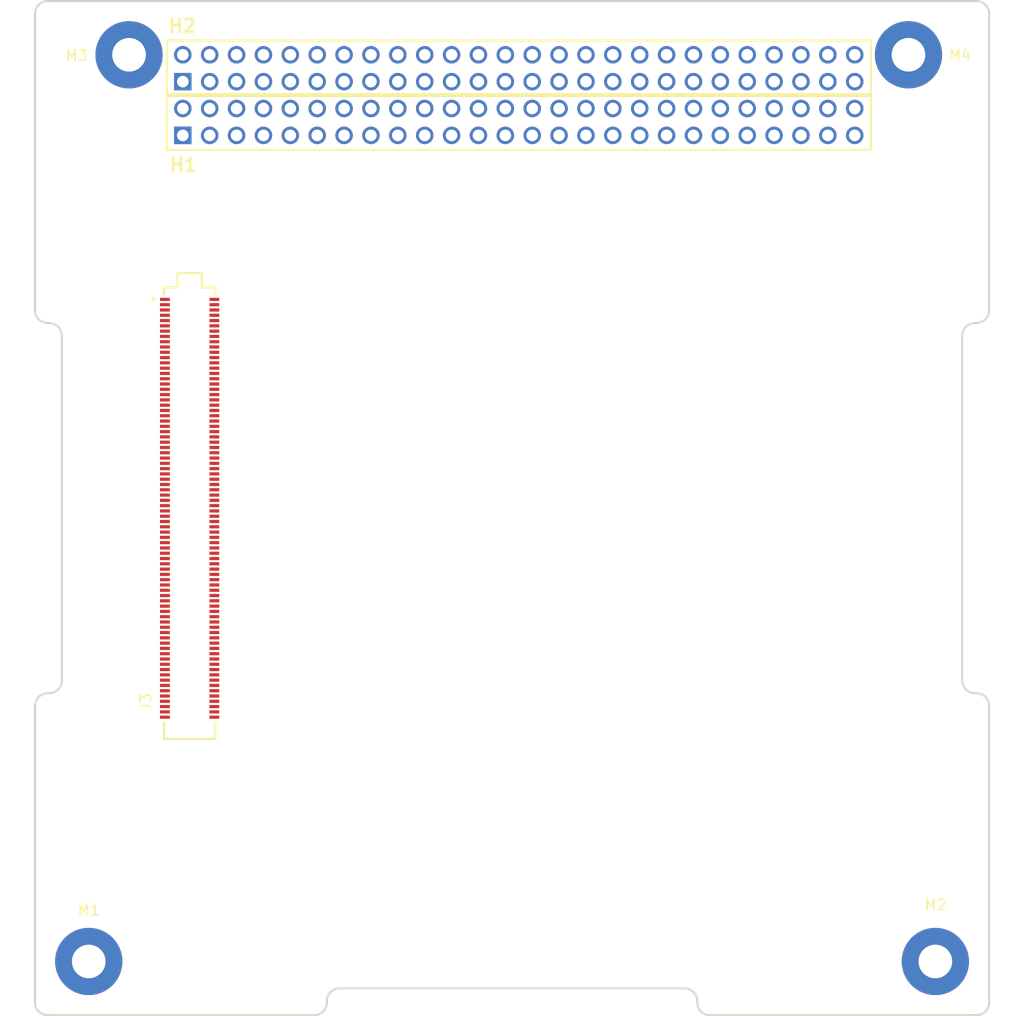
<source format=kicad_pcb>
(kicad_pcb (version 20241229) (generator "pcbnew") (generator_version "9.0")
  (layers (0 "F.Cu" mixed) (4 "In1.Cu" power) (6 "In2.Cu" power) (2 "B.Cu" mixed) (13 "F.Paste" user) (15 "B.Paste" user) (5 "F.SilkS" user "F.Silkscreen") (7 "B.SilkS" user "B.Silkscreen") (1 "F.Mask" user) (3 "B.Mask" user) (25 "Edge.Cuts" user))
  (net 0 "")
  (net 81 "GND")
  (net 88 "+3V3")
  (net 137 "I2C_SCL(2)")
  (net 164 "I2C_SDA(2)")
  (footprint "adapter:MountingHole_3.18mm_6.35mm_Pad" (layer "F.Cu") (at 110.49 137.31)
    (property "Reference" "M1" (at 0.01 -4.86 0) (layer "F.SilkS"))
    (property "Value" "MountingHole_Pad_MP")
    (pad "1" thru_hole circle (at 0 0) (size 6.35 6.35) (drill 3.18) (layers "*.Cu" "*.Mask"))
  )
  (footprint "adapter:SAMTEC_SS5-80-3.50-X-D-K-XX" (layer "F.Cu") (at 120.025 94.46 90)
    (property "Reference" "J3" (at -18.325 -4.135 90) (layer "F.SilkS"))
    (property "Value" "SS5-80-3.50-X-D-K-XX")
    (fp_line (start 20.88 -2.425) (end 20.88 -1.15) (stroke (width 0.2)) (layer "F.SilkS"))
    (fp_line (start 20.25 -2.425) (end 20.88 -2.425) (stroke (width 0.2)) (layer "F.SilkS"))
    (fp_line (start -21.81 -2.425) (end -20.25 -2.425) (stroke (width 0.2)) (layer "F.SilkS"))
    (fp_line (start 22.23 -1.15) (end 22.23 1.15) (stroke (width 0.2)) (layer "F.SilkS"))
    (fp_line (start 20.88 -1.15) (end 22.23 -1.15) (stroke (width 0.2)) (layer "F.SilkS"))
    (fp_line (start 22.23 1.15) (end 20.88 1.15) (stroke (width 0.2)) (layer "F.SilkS"))
    (fp_line (start 20.88 1.15) (end 20.88 2.425) (stroke (width 0.2)) (layer "F.SilkS"))
    (fp_line (start 20.88 2.425) (end 20.25 2.425) (stroke (width 0.2)) (layer "F.SilkS"))
    (fp_line (start -20.25 2.425) (end -21.81 2.425) (stroke (width 0.2)) (layer "F.SilkS"))
    (fp_line (start -21.81 2.425) (end -21.81 -2.425) (stroke (width 0.2)) (layer "F.SilkS"))
    (fp_circle (center 19.75 -3.4) (end 19.85 -3.4) (stroke (width 0.2)) (fill no) (layer "F.SilkS"))
    (pad "01" smd rect (at 19.75 -2.335 90) (size 0.3 0.93) (layers "F.Cu" "F.Mask" "F.Paste"))
    (pad "02" smd rect (at 19.75 2.335 90) (size 0.3 0.93) (layers "F.Cu" "F.Mask" "F.Paste"))
    (pad "03" smd rect (at 19.25 -2.335 90) (size 0.3 0.93) (layers "F.Cu" "F.Mask" "F.Paste"))
    (pad "04" smd rect (at 19.25 2.335 90) (size 0.3 0.93) (layers "F.Cu" "F.Mask" "F.Paste"))
    (pad "05" smd rect (at 18.75 -2.335 90) (size 0.3 0.93) (layers "F.Cu" "F.Mask" "F.Paste"))
    (pad "06" smd rect (at 18.75 2.335 90) (size 0.3 0.93) (layers "F.Cu" "F.Mask" "F.Paste"))
    (pad "07" smd rect (at 18.25 -2.335 90) (size 0.3 0.93) (layers "F.Cu" "F.Mask" "F.Paste"))
    (pad "08" smd rect (at 18.25 2.335 90) (size 0.3 0.93) (layers "F.Cu" "F.Mask" "F.Paste"))
    (pad "09" smd rect (at 17.75 -2.335 90) (size 0.3 0.93) (layers "F.Cu" "F.Mask" "F.Paste"))
    (pad "10" smd rect (at 17.75 2.335 90) (size 0.3 0.93) (layers "F.Cu" "F.Mask" "F.Paste"))
    (pad "11" smd rect (at 17.25 -2.335 90) (size 0.3 0.93) (layers "F.Cu" "F.Mask" "F.Paste"))
    (pad "12" smd rect (at 17.25 2.335 90) (size 0.3 0.93) (layers "F.Cu" "F.Mask" "F.Paste"))
    (pad "13" smd rect (at 16.75 -2.335 90) (size 0.3 0.93) (layers "F.Cu" "F.Mask" "F.Paste"))
    (pad "14" smd rect (at 16.75 2.335 90) (size 0.3 0.93) (layers "F.Cu" "F.Mask" "F.Paste"))
    (pad "15" smd rect (at 16.25 -2.335 90) (size 0.3 0.93) (layers "F.Cu" "F.Mask" "F.Paste"))
    (pad "16" smd rect (at 16.25 2.335 90) (size 0.3 0.93) (layers "F.Cu" "F.Mask" "F.Paste"))
    (pad "17" smd rect (at 15.75 -2.335 90) (size 0.3 0.93) (layers "F.Cu" "F.Mask" "F.Paste"))
    (pad "18" smd rect (at 15.75 2.335 90) (size 0.3 0.93) (layers "F.Cu" "F.Mask" "F.Paste"))
    (pad "19" smd rect (at 15.25 -2.335 90) (size 0.3 0.93) (layers "F.Cu" "F.Mask" "F.Paste"))
    (pad "20" smd rect (at 15.25 2.335 90) (size 0.3 0.93) (layers "F.Cu" "F.Mask" "F.Paste"))
    (pad "21" smd rect (at 14.75 -2.335 90) (size 0.3 0.93) (layers "F.Cu" "F.Mask" "F.Paste"))
    (pad "22" smd rect (at 14.75 2.335 90) (size 0.3 0.93) (layers "F.Cu" "F.Mask" "F.Paste"))
    (pad "23" smd rect (at 14.25 -2.335 90) (size 0.3 0.93) (layers "F.Cu" "F.Mask" "F.Paste"))
    (pad "24" smd rect (at 14.25 2.335 90) (size 0.3 0.93) (layers "F.Cu" "F.Mask" "F.Paste"))
    (pad "25" smd rect (at 13.75 -2.335 90) (size 0.3 0.93) (layers "F.Cu" "F.Mask" "F.Paste"))
    (pad "26" smd rect (at 13.75 2.335 90) (size 0.3 0.93) (layers "F.Cu" "F.Mask" "F.Paste"))
    (pad "27" smd rect (at 13.25 -2.335 90) (size 0.3 0.93) (layers "F.Cu" "F.Mask" "F.Paste"))
    (pad "28" smd rect (at 13.25 2.335 90) (size 0.3 0.93) (layers "F.Cu" "F.Mask" "F.Paste"))
    (pad "29" smd rect (at 12.75 -2.335 90) (size 0.3 0.93) (layers "F.Cu" "F.Mask" "F.Paste"))
    (pad "30" smd rect (at 12.75 2.335 90) (size 0.3 0.93) (layers "F.Cu" "F.Mask" "F.Paste"))
    (pad "31" smd rect (at 12.25 -2.335 90) (size 0.3 0.93) (layers "F.Cu" "F.Mask" "F.Paste"))
    (pad "32" smd rect (at 12.25 2.335 90) (size 0.3 0.93) (layers "F.Cu" "F.Mask" "F.Paste"))
    (pad "33" smd rect (at 11.75 -2.335 90) (size 0.3 0.93) (layers "F.Cu" "F.Mask" "F.Paste"))
    (pad "34" smd rect (at 11.75 2.335 90) (size 0.3 0.93) (layers "F.Cu" "F.Mask" "F.Paste"))
    (pad "35" smd rect (at 11.25 -2.335 90) (size 0.3 0.93) (layers "F.Cu" "F.Mask" "F.Paste"))
    (pad "36" smd rect (at 11.25 2.335 90) (size 0.3 0.93) (layers "F.Cu" "F.Mask" "F.Paste"))
    (pad "37" smd rect (at 10.75 -2.335 90) (size 0.3 0.93) (layers "F.Cu" "F.Mask" "F.Paste"))
    (pad "38" smd rect (at 10.75 2.335 90) (size 0.3 0.93) (layers "F.Cu" "F.Mask" "F.Paste"))
    (pad "39" smd rect (at 10.25 -2.335 90) (size 0.3 0.93) (layers "F.Cu" "F.Mask" "F.Paste"))
    (pad "40" smd rect (at 10.25 2.335 90) (size 0.3 0.93) (layers "F.Cu" "F.Mask" "F.Paste"))
    (pad "41" smd rect (at 9.75 -2.335 90) (size 0.3 0.93) (layers "F.Cu" "F.Mask" "F.Paste"))
    (pad "42" smd rect (at 9.75 2.335 90) (size 0.3 0.93) (layers "F.Cu" "F.Mask" "F.Paste"))
    (pad "43" smd rect (at 9.25 -2.335 90) (size 0.3 0.93) (layers "F.Cu" "F.Mask" "F.Paste"))
    (pad "44" smd rect (at 9.25 2.335 90) (size 0.3 0.93) (layers "F.Cu" "F.Mask" "F.Paste"))
    (pad "45" smd rect (at 8.75 -2.335 90) (size 0.3 0.93) (layers "F.Cu" "F.Mask" "F.Paste"))
    (pad "46" smd rect (at 8.75 2.335 90) (size 0.3 0.93) (layers "F.Cu" "F.Mask" "F.Paste"))
    (pad "47" smd rect (at 8.25 -2.335 90) (size 0.3 0.93) (layers "F.Cu" "F.Mask" "F.Paste"))
    (pad "48" smd rect (at 8.25 2.335 90) (size 0.3 0.93) (layers "F.Cu" "F.Mask" "F.Paste"))
    (pad "49" smd rect (at 7.75 -2.335 90) (size 0.3 0.93) (layers "F.Cu" "F.Mask" "F.Paste"))
    (pad "50" smd rect (at 7.75 2.335 90) (size 0.3 0.93) (layers "F.Cu" "F.Mask" "F.Paste"))
    (pad "51" smd rect (at 7.25 -2.335 90) (size 0.3 0.93) (layers "F.Cu" "F.Mask" "F.Paste"))
    (pad "52" smd rect (at 7.25 2.335 90) (size 0.3 0.93) (layers "F.Cu" "F.Mask" "F.Paste"))
    (pad "53" smd rect (at 6.75 -2.335 90) (size 0.3 0.93) (layers "F.Cu" "F.Mask" "F.Paste"))
    (pad "54" smd rect (at 6.75 2.335 90) (size 0.3 0.93) (layers "F.Cu" "F.Mask" "F.Paste"))
    (pad "55" smd rect (at 6.25 -2.335 90) (size 0.3 0.93) (layers "F.Cu" "F.Mask" "F.Paste"))
    (pad "56" smd rect (at 6.25 2.335 90) (size 0.3 0.93) (layers "F.Cu" "F.Mask" "F.Paste"))
    (pad "57" smd rect (at 5.75 -2.335 90) (size 0.3 0.93) (layers "F.Cu" "F.Mask" "F.Paste"))
    (pad "58" smd rect (at 5.75 2.335 90) (size 0.3 0.93) (layers "F.Cu" "F.Mask" "F.Paste"))
    (pad "59" smd rect (at 5.25 -2.335 90) (size 0.3 0.93) (layers "F.Cu" "F.Mask" "F.Paste"))
    (pad "60" smd rect (at 5.25 2.335 90) (size 0.3 0.93) (layers "F.Cu" "F.Mask" "F.Paste"))
    (pad "61" smd rect (at 4.75 -2.335 90) (size 0.3 0.93) (layers "F.Cu" "F.Mask" "F.Paste"))
    (pad "62" smd rect (at 4.75 2.335 90) (size 0.3 0.93) (layers "F.Cu" "F.Mask" "F.Paste"))
    (pad "63" smd rect (at 4.25 -2.335 90) (size 0.3 0.93) (layers "F.Cu" "F.Mask" "F.Paste"))
    (pad "64" smd rect (at 4.25 2.335 90) (size 0.3 0.93) (layers "F.Cu" "F.Mask" "F.Paste"))
    (pad "65" smd rect (at 3.75 -2.335 90) (size 0.3 0.93) (layers "F.Cu" "F.Mask" "F.Paste"))
    (pad "66" smd rect (at 3.75 2.335 90) (size 0.3 0.93) (layers "F.Cu" "F.Mask" "F.Paste"))
    (pad "67" smd rect (at 3.25 -2.335 90) (size 0.3 0.93) (layers "F.Cu" "F.Mask" "F.Paste"))
    (pad "68" smd rect (at 3.25 2.335 90) (size 0.3 0.93) (layers "F.Cu" "F.Mask" "F.Paste"))
    (pad "69" smd rect (at 2.75 -2.335 90) (size 0.3 0.93) (layers "F.Cu" "F.Mask" "F.Paste"))
    (pad "70" smd rect (at 2.75 2.335 90) (size 0.3 0.93) (layers "F.Cu" "F.Mask" "F.Paste"))
    (pad "71" smd rect (at 2.25 -2.335 90) (size 0.3 0.93) (layers "F.Cu" "F.Mask" "F.Paste"))
    (pad "72" smd rect (at 2.25 2.335 90) (size 0.3 0.93) (layers "F.Cu" "F.Mask" "F.Paste"))
    (pad "73" smd rect (at 1.75 -2.335 90) (size 0.3 0.93) (layers "F.Cu" "F.Mask" "F.Paste"))
    (pad "74" smd rect (at 1.75 2.335 90) (size 0.3 0.93) (layers "F.Cu" "F.Mask" "F.Paste"))
    (pad "75" smd rect (at 1.25 -2.335 90) (size 0.3 0.93) (layers "F.Cu" "F.Mask" "F.Paste"))
    (pad "76" smd rect (at 1.25 2.335 90) (size 0.3 0.93) (layers "F.Cu" "F.Mask" "F.Paste"))
    (pad "77" smd rect (at 0.75 -2.335 90) (size 0.3 0.93) (layers "F.Cu" "F.Mask" "F.Paste"))
    (pad "78" smd rect (at 0.75 2.335 90) (size 0.3 0.93) (layers "F.Cu" "F.Mask" "F.Paste"))
    (pad "79" smd rect (at 0.25 -2.335 90) (size 0.3 0.93) (layers "F.Cu" "F.Mask" "F.Paste"))
    (pad "80" smd rect (at 0.25 2.335 90) (size 0.3 0.93) (layers "F.Cu" "F.Mask" "F.Paste"))
    (pad "81" smd rect (at -0.25 -2.335 90) (size 0.3 0.93) (layers "F.Cu" "F.Mask" "F.Paste"))
    (pad "82" smd rect (at -0.25 2.335 90) (size 0.3 0.93) (layers "F.Cu" "F.Mask" "F.Paste"))
    (pad "83" smd rect (at -0.75 -2.335 90) (size 0.3 0.93) (layers "F.Cu" "F.Mask" "F.Paste"))
    (pad "84" smd rect (at -0.75 2.335 90) (size 0.3 0.93) (layers "F.Cu" "F.Mask" "F.Paste"))
    (pad "85" smd rect (at -1.25 -2.335 90) (size 0.3 0.93) (layers "F.Cu" "F.Mask" "F.Paste"))
    (pad "86" smd rect (at -1.25 2.335 90) (size 0.3 0.93) (layers "F.Cu" "F.Mask" "F.Paste"))
    (pad "87" smd rect (at -1.75 -2.335 90) (size 0.3 0.93) (layers "F.Cu" "F.Mask" "F.Paste"))
    (pad "88" smd rect (at -1.75 2.335 90) (size 0.3 0.93) (layers "F.Cu" "F.Mask" "F.Paste"))
    (pad "89" smd rect (at -2.25 -2.335 90) (size 0.3 0.93) (layers "F.Cu" "F.Mask" "F.Paste"))
    (pad "90" smd rect (at -2.25 2.335 90) (size 0.3 0.93) (layers "F.Cu" "F.Mask" "F.Paste"))
    (pad "91" smd rect (at -2.75 -2.335 90) (size 0.3 0.93) (layers "F.Cu" "F.Mask" "F.Paste"))
    (pad "92" smd rect (at -2.75 2.335 90) (size 0.3 0.93) (layers "F.Cu" "F.Mask" "F.Paste"))
    (pad "93" smd rect (at -3.25 -2.335 90) (size 0.3 0.93) (layers "F.Cu" "F.Mask" "F.Paste"))
    (pad "94" smd rect (at -3.25 2.335 90) (size 0.3 0.93) (layers "F.Cu" "F.Mask" "F.Paste"))
    (pad "95" smd rect (at -3.75 -2.335 90) (size 0.3 0.93) (layers "F.Cu" "F.Mask" "F.Paste"))
    (pad "96" smd rect (at -3.75 2.335 90) (size 0.3 0.93) (layers "F.Cu" "F.Mask" "F.Paste"))
    (pad "97" smd rect (at -4.25 -2.335 90) (size 0.3 0.93) (layers "F.Cu" "F.Mask" "F.Paste"))
    (pad "98" smd rect (at -4.25 2.335 90) (size 0.3 0.93) (layers "F.Cu" "F.Mask" "F.Paste"))
    (pad "99" smd rect (at -4.75 -2.335 90) (size 0.3 0.93) (layers "F.Cu" "F.Mask" "F.Paste"))
    (pad "100" smd rect (at -4.75 2.335 90) (size 0.3 0.93) (layers "F.Cu" "F.Mask" "F.Paste"))
    (pad "101" smd rect (at -5.25 -2.335 90) (size 0.3 0.93) (layers "F.Cu" "F.Mask" "F.Paste"))
    (pad "102" smd rect (at -5.25 2.335 90) (size 0.3 0.93) (layers "F.Cu" "F.Mask" "F.Paste"))
    (pad "103" smd rect (at -5.75 -2.335 90) (size 0.3 0.93) (layers "F.Cu" "F.Mask" "F.Paste"))
    (pad "104" smd rect (at -5.75 2.335 90) (size 0.3 0.93) (layers "F.Cu" "F.Mask" "F.Paste"))
    (pad "105" smd rect (at -6.25 -2.335 90) (size 0.3 0.93) (layers "F.Cu" "F.Mask" "F.Paste"))
    (pad "106" smd rect (at -6.25 2.335 90) (size 0.3 0.93) (layers "F.Cu" "F.Mask" "F.Paste"))
    (pad "107" smd rect (at -6.75 -2.335 90) (size 0.3 0.93) (layers "F.Cu" "F.Mask" "F.Paste"))
    (pad "108" smd rect (at -6.75 2.335 90) (size 0.3 0.93) (layers "F.Cu" "F.Mask" "F.Paste"))
    (pad "109" smd rect (at -7.25 -2.335 90) (size 0.3 0.93) (layers "F.Cu" "F.Mask" "F.Paste"))
    (pad "110" smd rect (at -7.25 2.335 90) (size 0.3 0.93) (layers "F.Cu" "F.Mask" "F.Paste"))
    (pad "111" smd rect (at -7.75 -2.335 90) (size 0.3 0.93) (layers "F.Cu" "F.Mask" "F.Paste"))
    (pad "112" smd rect (at -7.75 2.335 90) (size 0.3 0.93) (layers "F.Cu" "F.Mask" "F.Paste"))
    (pad "113" smd rect (at -8.25 -2.335 90) (size 0.3 0.93) (layers "F.Cu" "F.Mask" "F.Paste"))
    (pad "114" smd rect (at -8.25 2.335 90) (size 0.3 0.93) (layers "F.Cu" "F.Mask" "F.Paste"))
    (pad "115" smd rect (at -8.75 -2.335 90) (size 0.3 0.93) (layers "F.Cu" "F.Mask" "F.Paste"))
    (pad "116" smd rect (at -8.75 2.335 90) (size 0.3 0.93) (layers "F.Cu" "F.Mask" "F.Paste"))
    (pad "117" smd rect (at -9.25 -2.335 90) (size 0.3 0.93) (layers "F.Cu" "F.Mask" "F.Paste"))
    (pad "118" smd rect (at -9.25 2.335 90) (size 0.3 0.93) (layers "F.Cu" "F.Mask" "F.Paste"))
    (pad "119" smd rect (at -9.75 -2.335 90) (size 0.3 0.93) (layers "F.Cu" "F.Mask" "F.Paste"))
    (pad "120" smd rect (at -9.75 2.335 90) (size 0.3 0.93) (layers "F.Cu" "F.Mask" "F.Paste"))
    (pad "121" smd rect (at -10.25 -2.335 90) (size 0.3 0.93) (layers "F.Cu" "F.Mask" "F.Paste"))
    (pad "122" smd rect (at -10.25 2.335 90) (size 0.3 0.93) (layers "F.Cu" "F.Mask" "F.Paste"))
    (pad "123" smd rect (at -10.75 -2.335 90) (size 0.3 0.93) (layers "F.Cu" "F.Mask" "F.Paste"))
    (pad "124" smd rect (at -10.75 2.335 90) (size 0.3 0.93) (layers "F.Cu" "F.Mask" "F.Paste"))
    (pad "125" smd rect (at -11.25 -2.335 90) (size 0.3 0.93) (layers "F.Cu" "F.Mask" "F.Paste"))
    (pad "126" smd rect (at -11.25 2.335 90) (size 0.3 0.93) (layers "F.Cu" "F.Mask" "F.Paste"))
    (pad "127" smd rect (at -11.75 -2.335 90) (size 0.3 0.93) (layers "F.Cu" "F.Mask" "F.Paste"))
    (pad "128" smd rect (at -11.75 2.335 90) (size 0.3 0.93) (layers "F.Cu" "F.Mask" "F.Paste"))
    (pad "129" smd rect (at -12.25 -2.335 90) (size 0.3 0.93) (layers "F.Cu" "F.Mask" "F.Paste"))
    (pad "130" smd rect (at -12.25 2.335 90) (size 0.3 0.93) (layers "F.Cu" "F.Mask" "F.Paste"))
    (pad "131" smd rect (at -12.75 -2.335 90) (size 0.3 0.93) (layers "F.Cu" "F.Mask" "F.Paste"))
    (pad "132" smd rect (at -12.75 2.335 90) (size 0.3 0.93) (layers "F.Cu" "F.Mask" "F.Paste"))
    (pad "133" smd rect (at -13.25 -2.335 90) (size 0.3 0.93) (layers "F.Cu" "F.Mask" "F.Paste"))
    (pad "134" smd rect (at -13.25 2.335 90) (size 0.3 0.93) (layers "F.Cu" "F.Mask" "F.Paste"))
    (pad "135" smd rect (at -13.75 -2.335 90) (size 0.3 0.93) (layers "F.Cu" "F.Mask" "F.Paste"))
    (pad "136" smd rect (at -13.75 2.335 90) (size 0.3 0.93) (layers "F.Cu" "F.Mask" "F.Paste"))
    (pad "137" smd rect (at -14.25 -2.335 90) (size 0.3 0.93) (layers "F.Cu" "F.Mask" "F.Paste"))
    (pad "138" smd rect (at -14.25 2.335 90) (size 0.3 0.93) (layers "F.Cu" "F.Mask" "F.Paste"))
    (pad "139" smd rect (at -14.75 -2.335 90) (size 0.3 0.93) (layers "F.Cu" "F.Mask" "F.Paste"))
    (pad "140" smd rect (at -14.75 2.335 90) (size 0.3 0.93) (layers "F.Cu" "F.Mask" "F.Paste"))
    (pad "141" smd rect (at -15.25 -2.335 90) (size 0.3 0.93) (layers "F.Cu" "F.Mask" "F.Paste"))
    (pad "142" smd rect (at -15.25 2.335 90) (size 0.3 0.93) (layers "F.Cu" "F.Mask" "F.Paste"))
    (pad "143" smd rect (at -15.75 -2.335 90) (size 0.3 0.93) (layers "F.Cu" "F.Mask" "F.Paste"))
    (pad "144" smd rect (at -15.75 2.335 90) (size 0.3 0.93) (layers "F.Cu" "F.Mask" "F.Paste"))
    (pad "145" smd rect (at -16.25 -2.335 90) (size 0.3 0.93) (layers "F.Cu" "F.Mask" "F.Paste"))
    (pad "146" smd rect (at -16.25 2.335 90) (size 0.3 0.93) (layers "F.Cu" "F.Mask" "F.Paste"))
    (pad "147" smd rect (at -16.75 -2.335 90) (size 0.3 0.93) (layers "F.Cu" "F.Mask" "F.Paste"))
    (pad "148" smd rect (at -16.75 2.335 90) (size 0.3 0.93) (layers "F.Cu" "F.Mask" "F.Paste"))
    (pad "149" smd rect (at -17.25 -2.335 90) (size 0.3 0.93) (layers "F.Cu" "F.Mask" "F.Paste"))
    (pad "150" smd rect (at -17.25 2.335 90) (size 0.3 0.93) (layers "F.Cu" "F.Mask" "F.Paste"))
    (pad "151" smd rect (at -17.75 -2.335 90) (size 0.3 0.93) (layers "F.Cu" "F.Mask" "F.Paste"))
    (pad "152" smd rect (at -17.75 2.335 90) (size 0.3 0.93) (layers "F.Cu" "F.Mask" "F.Paste"))
    (pad "153" smd rect (at -18.25 -2.335 90) (size 0.3 0.93) (layers "F.Cu" "F.Mask" "F.Paste"))
    (pad "154" smd rect (at -18.25 2.335 90) (size 0.3 0.93) (layers "F.Cu" "F.Mask" "F.Paste"))
    (pad "155" smd rect (at -18.75 -2.335 90) (size 0.3 0.93) (layers "F.Cu" "F.Mask" "F.Paste"))
    (pad "156" smd rect (at -18.75 2.335 90) (size 0.3 0.93) (layers "F.Cu" "F.Mask" "F.Paste"))
    (pad "157" smd rect (at -19.25 -2.335 90) (size 0.3 0.93) (layers "F.Cu" "F.Mask" "F.Paste"))
    (pad "158" smd rect (at -19.25 2.335 90) (size 0.3 0.93) (layers "F.Cu" "F.Mask" "F.Paste"))
    (pad "159" smd rect (at -19.75 -2.335 90) (size 0.3 0.93) (layers "F.Cu" "F.Mask" "F.Paste"))
    (pad "160" smd rect (at -19.75 2.335 90) (size 0.3 0.93) (layers "F.Cu" "F.Mask" "F.Paste"))
  )
  (footprint "adapter:MountingHole_3.18mm_6.35mm_Pad" (layer "F.Cu") (at 187.96 51.58)
    (property "Reference" "M4" (at 4.88 0.03 0) (layer "F.SilkS"))
    (property "Value" "MountingHole_Pad_MP")
    (pad "1" thru_hole circle (at 0 0) (size 6.35 6.35) (drill 3.18) (layers "*.Cu" "*.Mask"))
  )
  (footprint "adapter:MountingHole_3.18mm_6.35mm_Pad" (layer "F.Cu") (at 190.5 137.31)
    (property "Reference" "M2" (at 0.02 -5.36 0) (layer "F.SilkS"))
    (property "Value" "MountingHole_Pad_MP")
    (pad "1" thru_hole circle (at 0 0) (size 6.35 6.35) (drill 3.18) (layers "*.Cu" "*.Mask"))
  )
  (footprint "adapter:MountingHole_3.18mm_6.35mm_Pad" (layer "F.Cu") (at 114.3 51.58)
    (property "Reference" "M3" (at -4.95 0.07 0) (layer "F.SilkS"))
    (property "Value" "MountingHole_Pad_MP")
    (pad "1" thru_hole circle (at 0 0) (size 6.35 6.35) (drill 3.18) (layers "*.Cu" "*.Mask"))
  )
  (footprint "adapter:RHDR52W64P254_2X26_6654X495X1135P" (layer "F.Cu") (at 119.38 59.2)
    (property "Reference" "H1" (hide yes))
    (property "Value" "Conn_02x26_Odd_Even" (hide yes))
    (fp_line (start -1.52 -3.895) (end -1.52 1.36) (stroke (width 0.2)) (layer "F.SilkS"))
    (fp_line (start -1.52 1.36) (end 65.02 1.355) (stroke (width 0.2)) (layer "F.SilkS"))
    (fp_line (start 65.02 -3.895) (end -1.52 -3.895) (stroke (width 0.2)) (layer "F.SilkS"))
    (fp_line (start 65.02 1.355) (end 65.02 -3.895) (stroke (width 0.2)) (layer "F.SilkS"))
    (fp_text user "${REFERENCE}" (at 0.04 2.8 0) (layer "F.SilkS") (effects (font (size 1.27 1.27) (thickness 0.254))))
    (pad "1" thru_hole rect (at 0 0) (size 1.65 1.65) (drill 1.1) (layers "*.Cu" "*.Mask"))
    (pad "2" thru_hole circle (at 0 -2.54) (size 1.65 1.65) (drill 1.1) (layers "*.Cu" "*.Mask"))
    (pad "3" thru_hole circle (at 2.54 0) (size 1.65 1.65) (drill 1.1) (layers "*.Cu" "*.Mask"))
    (pad "4" thru_hole circle (at 2.54 -2.54) (size 1.65 1.65) (drill 1.1) (layers "*.Cu" "*.Mask"))
    (pad "5" thru_hole circle (at 5.08 0) (size 1.65 1.65) (drill 1.1) (layers "*.Cu" "*.Mask"))
    (pad "6" thru_hole circle (at 5.08 -2.54) (size 1.65 1.65) (drill 1.1) (layers "*.Cu" "*.Mask"))
    (pad "7" thru_hole circle (at 7.62 0) (size 1.65 1.65) (drill 1.1) (layers "*.Cu" "*.Mask"))
    (pad "8" thru_hole circle (at 7.62 -2.54) (size 1.65 1.65) (drill 1.1) (layers "*.Cu" "*.Mask"))
    (pad "9" thru_hole circle (at 10.16 0) (size 1.65 1.65) (drill 1.1) (layers "*.Cu" "*.Mask"))
    (pad "10" thru_hole circle (at 10.16 -2.54) (size 1.65 1.65) (drill 1.1) (layers "*.Cu" "*.Mask"))
    (pad "11" thru_hole circle (at 12.7 0) (size 1.65 1.65) (drill 1.1) (layers "*.Cu" "*.Mask"))
    (pad "12" thru_hole circle (at 12.7 -2.54) (size 1.65 1.65) (drill 1.1) (layers "*.Cu" "*.Mask"))
    (pad "13" thru_hole circle (at 15.24 0) (size 1.65 1.65) (drill 1.1) (layers "*.Cu" "*.Mask"))
    (pad "14" thru_hole circle (at 15.24 -2.54) (size 1.65 1.65) (drill 1.1) (layers "*.Cu" "*.Mask"))
    (pad "15" thru_hole circle (at 17.78 0) (size 1.65 1.65) (drill 1.1) (layers "*.Cu" "*.Mask"))
    (pad "16" thru_hole circle (at 17.78 -2.54) (size 1.65 1.65) (drill 1.1) (layers "*.Cu" "*.Mask"))
    (pad "17" thru_hole circle (at 20.32 0) (size 1.65 1.65) (drill 1.1) (layers "*.Cu" "*.Mask"))
    (pad "18" thru_hole circle (at 20.32 -2.54) (size 1.65 1.65) (drill 1.1) (layers "*.Cu" "*.Mask"))
    (pad "19" thru_hole circle (at 22.86 0) (size 1.65 1.65) (drill 1.1) (layers "*.Cu" "*.Mask"))
    (pad "20" thru_hole circle (at 22.86 -2.54) (size 1.65 1.65) (drill 1.1) (layers "*.Cu" "*.Mask"))
    (pad "21" thru_hole circle (at 25.4 0) (size 1.65 1.65) (drill 1.1) (layers "*.Cu" "*.Mask") (net 164 "I2C_SDA(2)"))
    (pad "22" thru_hole circle (at 25.4 -2.54) (size 1.65 1.65) (drill 1.1) (layers "*.Cu" "*.Mask"))
    (pad "23" thru_hole circle (at 27.94 0) (size 1.65 1.65) (drill 1.1) (layers "*.Cu" "*.Mask") (net 137 "I2C_SCL(2)"))
    (pad "24" thru_hole circle (at 27.94 -2.54) (size 1.65 1.65) (drill 1.1) (layers "*.Cu" "*.Mask"))
    (pad "25" thru_hole circle (at 30.48 0) (size 1.65 1.65) (drill 1.1) (layers "*.Cu" "*.Mask"))
    (pad "26" thru_hole circle (at 30.48 -2.54) (size 1.65 1.65) (drill 1.1) (layers "*.Cu" "*.Mask"))
    (pad "27" thru_hole circle (at 33.02 0) (size 1.65 1.65) (drill 1.1) (layers "*.Cu" "*.Mask"))
    (pad "28" thru_hole circle (at 33.02 -2.54) (size 1.65 1.65) (drill 1.1) (layers "*.Cu" "*.Mask"))
    (pad "29" thru_hole circle (at 35.56 0) (size 1.65 1.65) (drill 1.1) (layers "*.Cu" "*.Mask"))
    (pad "30" thru_hole circle (at 35.56 -2.54) (size 1.65 1.65) (drill 1.1) (layers "*.Cu" "*.Mask"))
    (pad "31" thru_hole circle (at 38.1 0) (size 1.65 1.65) (drill 1.1) (layers "*.Cu" "*.Mask"))
    (pad "32" thru_hole circle (at 38.1 -2.54) (size 1.65 1.65) (drill 1.1) (layers "*.Cu" "*.Mask"))
    (pad "33" thru_hole circle (at 40.64 0) (size 1.65 1.65) (drill 1.1) (layers "*.Cu" "*.Mask"))
    (pad "34" thru_hole circle (at 40.64 -2.54) (size 1.65 1.65) (drill 1.1) (layers "*.Cu" "*.Mask"))
    (pad "35" thru_hole circle (at 43.18 0) (size 1.65 1.65) (drill 1.1) (layers "*.Cu" "*.Mask"))
    (pad "36" thru_hole circle (at 43.18 -2.54) (size 1.65 1.65) (drill 1.1) (layers "*.Cu" "*.Mask"))
    (pad "37" thru_hole circle (at 45.72 0) (size 1.65 1.65) (drill 1.1) (layers "*.Cu" "*.Mask"))
    (pad "38" thru_hole circle (at 45.72 -2.54) (size 1.65 1.65) (drill 1.1) (layers "*.Cu" "*.Mask"))
    (pad "39" thru_hole circle (at 48.26 0) (size 1.65 1.65) (drill 1.1) (layers "*.Cu" "*.Mask"))
    (pad "40" thru_hole circle (at 48.26 -2.54) (size 1.65 1.65) (drill 1.1) (layers "*.Cu" "*.Mask"))
    (pad "41" thru_hole circle (at 50.8 0) (size 1.65 1.65) (drill 1.1) (layers "*.Cu" "*.Mask"))
    (pad "42" thru_hole circle (at 50.8 -2.54) (size 1.65 1.65) (drill 1.1) (layers "*.Cu" "*.Mask"))
    (pad "43" thru_hole circle (at 53.34 0) (size 1.65 1.65) (drill 1.1) (layers "*.Cu" "*.Mask"))
    (pad "44" thru_hole circle (at 53.34 -2.54) (size 1.65 1.65) (drill 1.1) (layers "*.Cu" "*.Mask"))
    (pad "45" thru_hole circle (at 55.88 0) (size 1.65 1.65) (drill 1.1) (layers "*.Cu" "*.Mask"))
    (pad "46" thru_hole circle (at 55.88 -2.54) (size 1.65 1.65) (drill 1.1) (layers "*.Cu" "*.Mask"))
    (pad "47" thru_hole circle (at 58.42 0) (size 1.65 1.65) (drill 1.1) (layers "*.Cu" "*.Mask"))
    (pad "48" thru_hole circle (at 58.42 -2.54) (size 1.65 1.65) (drill 1.1) (layers "*.Cu" "*.Mask"))
    (pad "49" thru_hole circle (at 60.96 0) (size 1.65 1.65) (drill 1.1) (layers "*.Cu" "*.Mask"))
    (pad "50" thru_hole circle (at 60.96 -2.54) (size 1.65 1.65) (drill 1.1) (layers "*.Cu" "*.Mask"))
    (pad "51" thru_hole circle (at 63.5 0) (size 1.65 1.65) (drill 1.1) (layers "*.Cu" "*.Mask"))
    (pad "52" thru_hole circle (at 63.5 -2.54) (size 1.65 1.65) (drill 1.1) (layers "*.Cu" "*.Mask"))
  )
  (footprint "adapter:RHDR52W64P254_2X26_6654X495X1135P" (layer "F.Cu") (at 119.38 54.12)
    (property "Reference" "H2" (hide yes))
    (property "Value" "Conn_02x26_Odd_Even" (hide yes))
    (fp_line (start -1.52 -3.895) (end -1.52 1.36) (stroke (width 0.2)) (layer "F.SilkS"))
    (fp_line (start -1.52 1.36) (end 65.02 1.355) (stroke (width 0.2)) (layer "F.SilkS"))
    (fp_line (start 65.02 -3.895) (end -1.52 -3.895) (stroke (width 0.2)) (layer "F.SilkS"))
    (fp_line (start 65.02 1.355) (end 65.02 -3.895) (stroke (width 0.2)) (layer "F.SilkS"))
    (fp_text user "${REFERENCE}" (at -0.06 -5.26 0) (layer "F.SilkS") (effects (font (size 1.27 1.27) (thickness 0.254))))
    (pad "1" thru_hole rect (at 0 0) (size 1.65 1.65) (drill 1.1) (layers "*.Cu" "*.Mask"))
    (pad "2" thru_hole circle (at 0 -2.54) (size 1.65 1.65) (drill 1.1) (layers "*.Cu" "*.Mask"))
    (pad "3" thru_hole circle (at 2.54 0) (size 1.65 1.65) (drill 1.1) (layers "*.Cu" "*.Mask"))
    (pad "4" thru_hole circle (at 2.54 -2.54) (size 1.65 1.65) (drill 1.1) (layers "*.Cu" "*.Mask"))
    (pad "5" thru_hole circle (at 5.08 0) (size 1.65 1.65) (drill 1.1) (layers "*.Cu" "*.Mask"))
    (pad "6" thru_hole circle (at 5.08 -2.54) (size 1.65 1.65) (drill 1.1) (layers "*.Cu" "*.Mask"))
    (pad "7" thru_hole circle (at 7.62 0) (size 1.65 1.65) (drill 1.1) (layers "*.Cu" "*.Mask"))
    (pad "8" thru_hole circle (at 7.62 -2.54) (size 1.65 1.65) (drill 1.1) (layers "*.Cu" "*.Mask"))
    (pad "9" thru_hole circle (at 10.16 0) (size 1.65 1.65) (drill 1.1) (layers "*.Cu" "*.Mask"))
    (pad "10" thru_hole circle (at 10.16 -2.54) (size 1.65 1.65) (drill 1.1) (layers "*.Cu" "*.Mask"))
    (pad "11" thru_hole circle (at 12.7 0) (size 1.65 1.65) (drill 1.1) (layers "*.Cu" "*.Mask"))
    (pad "12" thru_hole circle (at 12.7 -2.54) (size 1.65 1.65) (drill 1.1) (layers "*.Cu" "*.Mask"))
    (pad "13" thru_hole circle (at 15.24 0) (size 1.65 1.65) (drill 1.1) (layers "*.Cu" "*.Mask"))
    (pad "14" thru_hole circle (at 15.24 -2.54) (size 1.65 1.65) (drill 1.1) (layers "*.Cu" "*.Mask"))
    (pad "15" thru_hole circle (at 17.78 0) (size 1.65 1.65) (drill 1.1) (layers "*.Cu" "*.Mask"))
    (pad "16" thru_hole circle (at 17.78 -2.54) (size 1.65 1.65) (drill 1.1) (layers "*.Cu" "*.Mask"))
    (pad "17" thru_hole circle (at 20.32 0) (size 1.65 1.65) (drill 1.1) (layers "*.Cu" "*.Mask"))
    (pad "18" thru_hole circle (at 20.32 -2.54) (size 1.65 1.65) (drill 1.1) (layers "*.Cu" "*.Mask"))
    (pad "19" thru_hole circle (at 22.86 0) (size 1.65 1.65) (drill 1.1) (layers "*.Cu" "*.Mask"))
    (pad "20" thru_hole circle (at 22.86 -2.54) (size 1.65 1.65) (drill 1.1) (layers "*.Cu" "*.Mask"))
    (pad "21" thru_hole circle (at 25.4 0) (size 1.65 1.65) (drill 1.1) (layers "*.Cu" "*.Mask"))
    (pad "22" thru_hole circle (at 25.4 -2.54) (size 1.65 1.65) (drill 1.1) (layers "*.Cu" "*.Mask"))
    (pad "23" thru_hole circle (at 27.94 0) (size 1.65 1.65) (drill 1.1) (layers "*.Cu" "*.Mask"))
    (pad "24" thru_hole circle (at 27.94 -2.54) (size 1.65 1.65) (drill 1.1) (layers "*.Cu" "*.Mask"))
    (pad "25" thru_hole circle (at 30.48 0) (size 1.65 1.65) (drill 1.1) (layers "*.Cu" "*.Mask"))
    (pad "26" thru_hole circle (at 30.48 -2.54) (size 1.65 1.65) (drill 1.1) (layers "*.Cu" "*.Mask"))
    (pad "27" thru_hole circle (at 33.02 0) (size 1.65 1.65) (drill 1.1) (layers "*.Cu" "*.Mask") (net 88 "+3V3"))
    (pad "28" thru_hole circle (at 33.02 -2.54) (size 1.65 1.65) (drill 1.1) (layers "*.Cu" "*.Mask") (net 88 "+3V3"))
    (pad "29" thru_hole circle (at 35.56 0) (size 1.65 1.65) (drill 1.1) (layers "*.Cu" "*.Mask") (net 81 "GND"))
    (pad "30" thru_hole circle (at 35.56 -2.54) (size 1.65 1.65) (drill 1.1) (layers "*.Cu" "*.Mask") (net 81 "GND"))
    (pad "31" thru_hole circle (at 38.1 0) (size 1.65 1.65) (drill 1.1) (layers "*.Cu" "*.Mask"))
    (pad "32" thru_hole circle (at 38.1 -2.54) (size 1.65 1.65) (drill 1.1) (layers "*.Cu" "*.Mask") (net 81 "GND"))
    (pad "33" thru_hole circle (at 40.64 0) (size 1.65 1.65) (drill 1.1) (layers "*.Cu" "*.Mask"))
    (pad "34" thru_hole circle (at 40.64 -2.54) (size 1.65 1.65) (drill 1.1) (layers "*.Cu" "*.Mask"))
    (pad "35" thru_hole circle (at 43.18 0) (size 1.65 1.65) (drill 1.1) (layers "*.Cu" "*.Mask"))
    (pad "36" thru_hole circle (at 43.18 -2.54) (size 1.65 1.65) (drill 1.1) (layers "*.Cu" "*.Mask"))
    (pad "37" thru_hole circle (at 45.72 0) (size 1.65 1.65) (drill 1.1) (layers "*.Cu" "*.Mask"))
    (pad "38" thru_hole circle (at 45.72 -2.54) (size 1.65 1.65) (drill 1.1) (layers "*.Cu" "*.Mask"))
    (pad "39" thru_hole circle (at 48.26 0) (size 1.65 1.65) (drill 1.1) (layers "*.Cu" "*.Mask"))
    (pad "40" thru_hole circle (at 48.26 -2.54) (size 1.65 1.65) (drill 1.1) (layers "*.Cu" "*.Mask"))
    (pad "41" thru_hole circle (at 50.8 0) (size 1.65 1.65) (drill 1.1) (layers "*.Cu" "*.Mask"))
    (pad "42" thru_hole circle (at 50.8 -2.54) (size 1.65 1.65) (drill 1.1) (layers "*.Cu" "*.Mask"))
    (pad "43" thru_hole circle (at 53.34 0) (size 1.65 1.65) (drill 1.1) (layers "*.Cu" "*.Mask"))
    (pad "44" thru_hole circle (at 53.34 -2.54) (size 1.65 1.65) (drill 1.1) (layers "*.Cu" "*.Mask"))
    (pad "45" thru_hole circle (at 55.88 0) (size 1.65 1.65) (drill 1.1) (layers "*.Cu" "*.Mask"))
    (pad "46" thru_hole circle (at 55.88 -2.54) (size 1.65 1.65) (drill 1.1) (layers "*.Cu" "*.Mask"))
    (pad "47" thru_hole circle (at 58.42 0) (size 1.65 1.65) (drill 1.1) (layers "*.Cu" "*.Mask"))
    (pad "48" thru_hole circle (at 58.42 -2.54) (size 1.65 1.65) (drill 1.1) (layers "*.Cu" "*.Mask"))
    (pad "49" thru_hole circle (at 60.96 0) (size 1.65 1.65) (drill 1.1) (layers "*.Cu" "*.Mask"))
    (pad "50" thru_hole circle (at 60.96 -2.54) (size 1.65 1.65) (drill 1.1) (layers "*.Cu" "*.Mask"))
    (pad "51" thru_hole circle (at 63.5 0) (size 1.65 1.65) (drill 1.1) (layers "*.Cu" "*.Mask"))
    (pad "52" thru_hole circle (at 63.5 -2.54) (size 1.65 1.65) (drill 1.1) (layers "*.Cu" "*.Mask"))
  )
  (gr_line (start 105.41 47.7) (end 105.41 75.745) (stroke (width 0.2)) (layer "Edge.Cuts"))
  (gr_arc (start 169.195 142.39) (mid 168.346472 142.038528) (end 167.995 141.19) (stroke (width 0.2)) (layer "Edge.Cuts"))
  (gr_line (start 195.58 141.19) (end 195.58 113.145) (stroke (width 0.2)) (layer "Edge.Cuts"))
  (gr_arc (start 195.58 75.745) (mid 195.228528 76.593528) (end 194.38 76.945) (stroke (width 0.2)) (layer "Edge.Cuts"))
  (gr_line (start 169.195 142.39) (end 194.38 142.39) (stroke (width 0.2)) (layer "Edge.Cuts"))
  (gr_line (start 194.38 111.945) (end 194.24 111.945) (stroke (width 0.2)) (layer "Edge.Cuts"))
  (gr_arc (start 105.41 47.7) (mid 105.761472 46.851472) (end 106.61 46.5) (stroke (width 0.2)) (layer "Edge.Cuts"))
  (gr_arc (start 195.58 141.19) (mid 195.228528 142.038528) (end 194.38 142.39) (stroke (width 0.2)) (layer "Edge.Cuts"))
  (gr_arc (start 107.95 110.745) (mid 107.598528 111.593528) (end 106.75 111.945) (stroke (width 0.2)) (layer "Edge.Cuts"))
  (gr_line (start 194.24 76.945) (end 194.38 76.945) (stroke (width 0.2)) (layer "Edge.Cuts"))
  (gr_arc (start 132.995 141.19) (mid 132.643528 142.038528) (end 131.795 142.39) (stroke (width 0.2)) (layer "Edge.Cuts"))
  (gr_line (start 106.75 111.945) (end 106.61 111.945) (stroke (width 0.2)) (layer "Edge.Cuts"))
  (gr_line (start 193.04 110.745) (end 193.04 78.145) (stroke (width 0.2)) (layer "Edge.Cuts"))
  (gr_arc (start 132.995 141.05) (mid 133.346472 140.201472) (end 134.195 139.85) (stroke (width 0.2)) (layer "Edge.Cuts"))
  (gr_line (start 105.41 113.145) (end 105.41 141.19) (stroke (width 0.2)) (layer "Edge.Cuts"))
  (gr_arc (start 106.75 76.945) (mid 107.598528 77.296472) (end 107.95 78.145) (stroke (width 0.2)) (layer "Edge.Cuts"))
  (gr_line (start 194.38 46.5) (end 106.61 46.5) (stroke (width 0.2)) (layer "Edge.Cuts"))
  (gr_line (start 132.995 141.19) (end 132.995 141.05) (stroke (width 0.2)) (layer "Edge.Cuts"))
  (gr_arc (start 194.38 46.5) (mid 195.228528 46.851472) (end 195.58 47.7) (stroke (width 0.2)) (layer "Edge.Cuts"))
  (gr_arc (start 105.41 113.145) (mid 105.761472 112.296472) (end 106.61 111.945) (stroke (width 0.2)) (layer "Edge.Cuts"))
  (gr_arc (start 166.795 139.85) (mid 167.643528 140.201472) (end 167.995 141.05) (stroke (width 0.2)) (layer "Edge.Cuts"))
  (gr_arc (start 106.61 142.39) (mid 105.761472 142.038528) (end 105.41 141.19) (stroke (width 0.2)) (layer "Edge.Cuts"))
  (gr_line (start 106.61 142.39) (end 131.795 142.39) (stroke (width 0.2)) (layer "Edge.Cuts"))
  (gr_arc (start 193.04 78.145) (mid 193.391472 77.296472) (end 194.24 76.945) (stroke (width 0.2)) (layer "Edge.Cuts"))
  (gr_line (start 195.58 75.745) (end 195.58 47.7) (stroke (width 0.2)) (layer "Edge.Cuts"))
  (gr_arc (start 194.38 111.945) (mid 195.228528 112.296472) (end 195.58 113.145) (stroke (width 0.2)) (layer "Edge.Cuts"))
  (gr_line (start 134.195 139.85) (end 166.795 139.85) (stroke (width 0.2)) (layer "Edge.Cuts"))
  (gr_arc (start 194.24 111.945) (mid 193.391472 111.593528) (end 193.04 110.745) (stroke (width 0.2)) (layer "Edge.Cuts"))
  (gr_line (start 106.61 76.945) (end 106.75 76.945) (stroke (width 0.2)) (layer "Edge.Cuts"))
  (gr_arc (start 106.61 76.945) (mid 105.761472 76.593528) (end 105.41 75.745) (stroke (width 0.2)) (layer "Edge.Cuts"))
  (gr_line (start 107.95 78.145) (end 107.95 110.745) (stroke (width 0.2)) (layer "Edge.Cuts"))
  (gr_line (start 167.995 141.05) (end 167.995 141.19) (stroke (width 0.2)) (layer "Edge.Cuts"))
)
</source>
